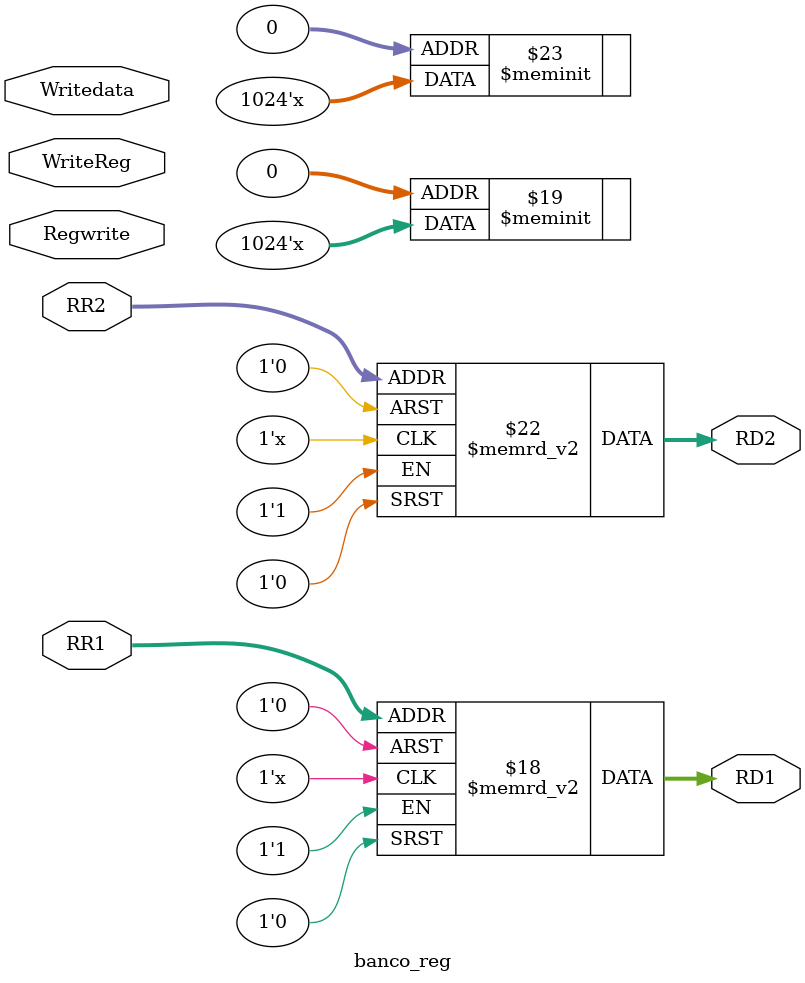
<source format=v>
module banco_reg(RR1, RR2, WriteReg, Writedata, Regwrite, RD1, RD2);

	input [4:0] RR1;
	input [4:0] RR2;
	input [4:0] WriteReg;
	input [31:0] Writedata;
	input Regwrite;
	output reg [31:0] RD1;
	output reg [31:0] RD2;

	reg [31:0] banco_reg [0:31]; 

	initial
	begin
		banco_reg [0] = 8'd90;
		banco_reg [1] = 8'd80;
		banco_reg [2] = 8'd70;
		banco_reg [3] = 8'd60;
		banco_reg [4] = 8'd50;
		banco_reg [5] = 8'd40;
		banco_reg [6] = 8'd30;
		banco_reg [7] = 8'd20;
		banco_reg [8] = 8'd10;
		banco_reg [9] = 8'd100;
		banco_reg [10] = 8'd101;
		banco_reg [11] = 8'd100;
		banco_reg [12] = 8'd99;
		banco_reg [13] = 8'd98;
		banco_reg [14] = 8'd97;
		banco_reg [15] = 8'd96;
		banco_reg [16] = 8'd95;
		banco_reg [17] = 8'd94;
		banco_reg [18] = 8'd93;
		banco_reg [19] = 8'd92;
		banco_reg [20] = 8'd91;
		
	end 


always @*
	begin
	
	//Siempre leer
	RD1 = banco_reg[RR1];
	RD2 = banco_reg[RR2];
	
		//escribir cuando regwrite sea 1
		if(Regwrite)
		begin//escribir, 
			banco_reg[WriteReg] = Writedata;
		end
		
		
end
	

endmodule
</source>
